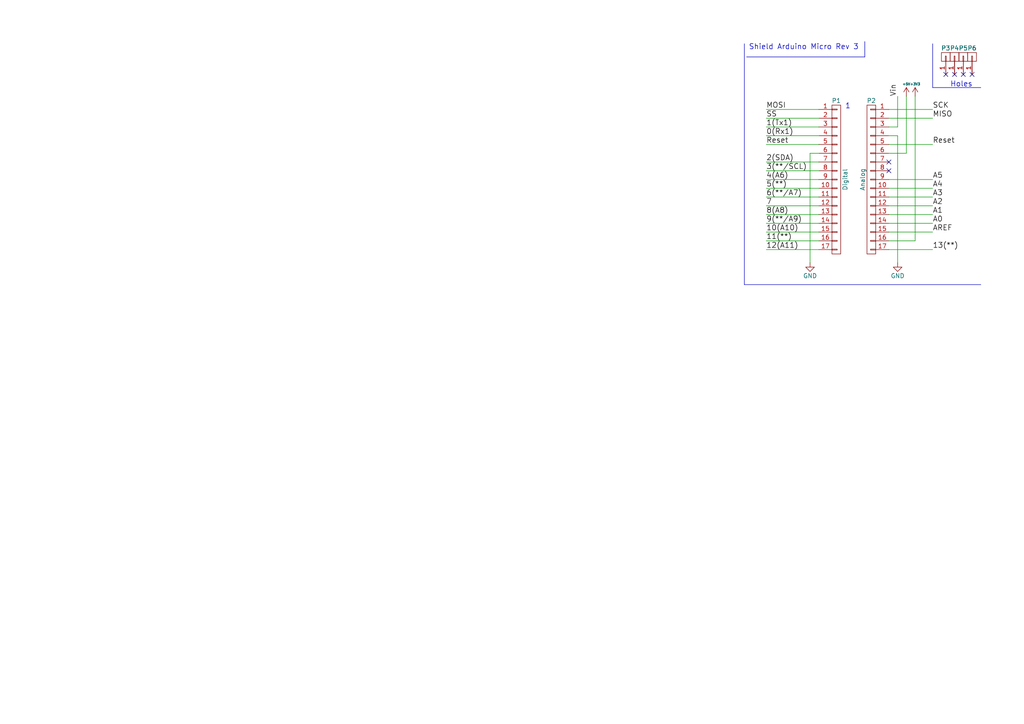
<source format=kicad_sch>
(kicad_sch (version 20230121) (generator eeschema)
  (paper "A4")
  (title_block (date "sam. 04 avril 2015"))
  (lib_symbols
    (symbol "Arduino_Micro-rescue:+3.3V" (power) (pin_names (offset 0))
      (property "Value" "+3.3V" (at 0 3.556 0))
      (symbol "+3.3V_0_1"
        (polyline (pts (xy -0.762 1.27) (xy 0 2.54)))
        (polyline (pts (xy 0 0) (xy 0 2.54)))
        (polyline (pts (xy 0 2.54) (xy 0.762 1.27)))
      )
      (symbol "+3.3V_1_1"
        (pin power_in line (at 0 0 90) (length 0) hide (name "+3V3") (number "1"))
      )
    )
    (symbol "Arduino_Micro-rescue:+5V" (power) (pin_names (offset 0))
      (property "Value" "+5V" (at 0 3.556 0))
      (symbol "+5V_0_1"
        (polyline (pts (xy -0.762 1.27) (xy 0 2.54)))
        (polyline (pts (xy 0 0) (xy 0 2.54)))
        (polyline (pts (xy 0 2.54) (xy 0.762 1.27)))
      )
      (symbol "+5V_1_1"
        (pin power_in line (at 0 0 90) (length 0) hide (name "+5V") (number "1"))
      )
    )
    (symbol "Arduino_Micro-rescue:CONN_01X01" (pin_names (offset 1.016) hide)
      (property "Reference" "P" (at 0 2.54 0))
      (property "Value" "CONN_01X01" (at 2.54 0 90))
      (symbol "CONN_01X01_0_1"
        (rectangle (start -1.27 0.127) (end 0.254 -0.127))
        (rectangle (start -1.27 1.27) (end 1.27 -1.27))
      )
      (symbol "CONN_01X01_1_1"
        (pin passive line (at -5.08 0 0) (length 3.81) (name "P1") (number "1"))
      )
    )
    (symbol "Arduino_Micro-rescue:CONN_01X17" (pin_names (offset 1.016) hide)
      (property "Reference" "P" (at 0 22.86 0))
      (property "Value" "CONN_01X17" (at 2.54 0 90))
      (symbol "CONN_01X17_0_1"
        (rectangle (start -1.27 -20.193) (end 0.254 -20.447))
        (rectangle (start -1.27 -17.653) (end 0.254 -17.907))
        (rectangle (start -1.27 -15.113) (end 0.254 -15.367))
        (rectangle (start -1.27 -12.573) (end 0.254 -12.827))
        (rectangle (start -1.27 -10.033) (end 0.254 -10.287))
        (rectangle (start -1.27 -7.493) (end 0.254 -7.747))
        (rectangle (start -1.27 -4.953) (end 0.254 -5.207))
        (rectangle (start -1.27 -2.413) (end 0.254 -2.667))
        (rectangle (start -1.27 0.127) (end 0.254 -0.127))
        (rectangle (start -1.27 2.667) (end 0.254 2.413))
        (rectangle (start -1.27 5.207) (end 0.254 4.953))
        (rectangle (start -1.27 7.747) (end 0.254 7.493))
        (rectangle (start -1.27 10.287) (end 0.254 10.033))
        (rectangle (start -1.27 12.827) (end 0.254 12.573))
        (rectangle (start -1.27 15.367) (end 0.254 15.113))
        (rectangle (start -1.27 17.907) (end 0.254 17.653))
        (rectangle (start -1.27 20.447) (end 0.254 20.193))
        (rectangle (start -1.27 21.59) (end 1.27 -21.59))
      )
      (symbol "CONN_01X17_1_1"
        (pin passive line (at -5.08 20.32 0) (length 3.81) (name "P1") (number "1"))
        (pin passive line (at -5.08 -2.54 0) (length 3.81) (name "P10") (number "10"))
        (pin passive line (at -5.08 -5.08 0) (length 3.81) (name "P11") (number "11"))
        (pin passive line (at -5.08 -7.62 0) (length 3.81) (name "P12") (number "12"))
        (pin passive line (at -5.08 -10.16 0) (length 3.81) (name "P13") (number "13"))
        (pin passive line (at -5.08 -12.7 0) (length 3.81) (name "P14") (number "14"))
        (pin passive line (at -5.08 -15.24 0) (length 3.81) (name "P15") (number "15"))
        (pin passive line (at -5.08 -17.78 0) (length 3.81) (name "P16") (number "16"))
        (pin passive line (at -5.08 -20.32 0) (length 3.81) (name "P17") (number "17"))
        (pin passive line (at -5.08 17.78 0) (length 3.81) (name "P2") (number "2"))
        (pin passive line (at -5.08 15.24 0) (length 3.81) (name "P3") (number "3"))
        (pin passive line (at -5.08 12.7 0) (length 3.81) (name "P4") (number "4"))
        (pin passive line (at -5.08 10.16 0) (length 3.81) (name "P5") (number "5"))
        (pin passive line (at -5.08 7.62 0) (length 3.81) (name "P6") (number "6"))
        (pin passive line (at -5.08 5.08 0) (length 3.81) (name "P7") (number "7"))
        (pin passive line (at -5.08 2.54 0) (length 3.81) (name "P8") (number "8"))
        (pin passive line (at -5.08 0 0) (length 3.81) (name "P9") (number "9"))
      )
    )
    (symbol "Arduino_Micro-rescue:GND" (power) (pin_names (offset 0))
      (property "Value" "GND" (at 0 -3.81 0))
      (symbol "GND_0_1"
        (polyline (pts (xy 0 0) (xy 0 -1.27) (xy 1.27 -1.27) (xy 0 -2.54) (xy -1.27 -1.27) (xy 0 -1.27)))
      )
      (symbol "GND_1_1"
        (pin power_in line (at 0 0 270) (length 0) hide (name "GND") (number "1"))
      )
    )
  )
  (no_connect (at 257.81 46.99))
  (no_connect (at 281.94 21.59))
  (no_connect (at 276.86 21.59))
  (no_connect (at 257.81 49.53))
  (no_connect (at 279.4 21.59))
  (no_connect (at 274.32 21.59))
  (wire (pts (xy 222.25 49.53) (xy 237.49 49.53)))
  (polyline (pts (xy 284.48 25.4) (xy 270.51 25.4)))
  (polyline (pts (xy 215.9 12.7) (xy 215.9 82.55)))
  (wire (pts (xy 222.25 59.69) (xy 237.49 59.69)))
  (wire (pts (xy 265.43 27.94) (xy 265.43 69.85)))
  (polyline (pts (xy 270.51 25.4) (xy 270.51 12.7)))
  (wire (pts (xy 222.25 31.75) (xy 237.49 31.75)))
  (wire (pts (xy 260.35 39.37) (xy 260.35 76.2)))
  (polyline (pts (xy 216.535 16.51) (xy 250.825 16.51)))
  (wire (pts (xy 222.25 36.83) (xy 237.49 36.83)))
  (wire (pts (xy 270.51 72.39) (xy 257.81 72.39)))
  (wire (pts (xy 270.51 64.77) (xy 257.81 64.77)))
  (wire (pts (xy 222.25 52.07) (xy 237.49 52.07)))
  (wire (pts (xy 262.89 44.45) (xy 262.89 27.94)))
  (wire (pts (xy 270.51 57.15) (xy 257.81 57.15)))
  (wire (pts (xy 222.25 69.85) (xy 237.49 69.85)))
  (polyline (pts (xy 250.825 16.51) (xy 250.825 12.065)))
  (wire (pts (xy 237.49 44.45) (xy 234.95 44.45)))
  (wire (pts (xy 265.43 69.85) (xy 257.81 69.85)))
  (wire (pts (xy 222.25 64.77) (xy 237.49 64.77)))
  (wire (pts (xy 257.81 67.31) (xy 270.51 67.31)))
  (wire (pts (xy 270.51 59.69) (xy 257.81 59.69)))
  (wire (pts (xy 270.51 52.07) (xy 257.81 52.07)))
  (wire (pts (xy 222.25 62.23) (xy 237.49 62.23)))
  (wire (pts (xy 270.51 41.91) (xy 257.81 41.91)))
  (wire (pts (xy 257.81 62.23) (xy 270.51 62.23)))
  (wire (pts (xy 257.81 39.37) (xy 260.35 39.37)))
  (wire (pts (xy 222.25 41.91) (xy 237.49 41.91)))
  (wire (pts (xy 257.81 54.61) (xy 270.51 54.61)))
  (wire (pts (xy 270.51 31.75) (xy 257.81 31.75)))
  (wire (pts (xy 234.95 44.45) (xy 234.95 76.2)))
  (wire (pts (xy 222.25 67.31) (xy 237.49 67.31)))
  (wire (pts (xy 222.25 54.61) (xy 237.49 54.61)))
  (wire (pts (xy 222.25 72.39) (xy 237.49 72.39)))
  (wire (pts (xy 257.81 36.83) (xy 260.35 36.83)))
  (wire (pts (xy 222.25 39.37) (xy 237.49 39.37)))
  (wire (pts (xy 222.25 57.15) (xy 237.49 57.15)))
  (wire (pts (xy 222.25 34.29) (xy 237.49 34.29)))
  (polyline (pts (xy 215.9 82.55) (xy 284.48 82.55)))
  (wire (pts (xy 260.35 36.83) (xy 260.35 27.94)))
  (wire (pts (xy 257.81 44.45) (xy 262.89 44.45)))
  (wire (pts (xy 257.81 34.29) (xy 270.51 34.29)))
  (wire (pts (xy 222.25 46.99) (xy 237.49 46.99)))
  (text "Holes" (at 275.59 25.4 0) (effects (font (size 1.524 1.524)) (justify left bottom)))
  (text "Shield Arduino Micro Rev 3" (at 217.17 14.605 0) (effects (font (size 1.524 1.524)) (justify left bottom)))
  (text "1" (at 245.11 31.75 0) (effects (font (size 1.524 1.524)) (justify left bottom)))
  (label "0(Rx1)" (at 222.25 39.37 0) (effects (font (size 1.524 1.524))))
  (label "13(**)" (at 270.51 72.39 0) (effects (font (size 1.524 1.524))))
  (label "Reset" (at 270.51 41.91 0) (effects (font (size 1.524 1.524))))
  (label "MISO" (at 270.51 34.29 0) (effects (font (size 1.524 1.524))))
  (label "5(**)" (at 222.25 54.61 0) (effects (font (size 1.524 1.524))))
  (label "12(A11)" (at 222.25 72.39 0) (effects (font (size 1.524 1.524))))
  (label "10(A10)" (at 222.25 67.31 0) (effects (font (size 1.524 1.524))))
  (label "6(**/A7)" (at 222.25 57.15 0) (effects (font (size 1.524 1.524))))
  (label "A4" (at 270.51 54.61 0) (effects (font (size 1.524 1.524))))
  (label "7" (at 222.25 59.69 0) (effects (font (size 1.524 1.524))))
  (label "4(A6)" (at 222.25 52.07 0) (effects (font (size 1.524 1.524))))
  (label "Reset" (at 222.25 41.91 0) (effects (font (size 1.524 1.524))))
  (label "SS" (at 222.25 34.29 0) (effects (font (size 1.524 1.524))))
  (label "A2" (at 270.51 59.69 0) (effects (font (size 1.524 1.524))))
  (label "A5" (at 270.51 52.07 0) (effects (font (size 1.524 1.524))))
  (label "11(**)" (at 222.25 69.85 0) (effects (font (size 1.524 1.524))))
  (label "SCK" (at 270.51 31.75 0) (effects (font (size 1.524 1.524))))
  (label "MOSI" (at 222.25 31.75 0) (effects (font (size 1.524 1.524))))
  (label "3(**/SCL)" (at 222.25 49.53 0) (effects (font (size 1.524 1.524))))
  (label "A1" (at 270.51 62.23 0) (effects (font (size 1.524 1.524))))
  (label "A0" (at 270.51 64.77 0) (effects (font (size 1.524 1.524))))
  (label "2(SDA)" (at 222.25 46.99 0) (effects (font (size 1.524 1.524))))
  (label "A3" (at 270.51 57.15 0) (effects (font (size 1.524 1.524))))
  (label "1(Tx1)" (at 222.25 36.83 0) (effects (font (size 1.524 1.524))))
  (label "Vin" (at 260.35 27.94 90) (effects (font (size 1.524 1.524))))
  (label "AREF" (at 270.51 67.31 0) (effects (font (size 1.524 1.524))))
  (label "8(A8)" (at 222.25 62.23 0) (effects (font (size 1.524 1.524))))
  (label "9(**/A9)" (at 222.25 64.77 0) (effects (font (size 1.524 1.524))))
  (symbol (lib_id "Arduino_Micro-rescue:CONN_01X17") (at 242.57 52.07 0) (unit 1)
    (property "Reference" "P1" (at 242.57 29.21 0))
    (property "Value" "Digital" (at 245.11 52.07 90))
    (property "Footprint" "Socket_Arduino_Micro:Socket_Strip_Arduino_1x17" (effects hide))
  )
  (symbol (lib_id "Arduino_Micro-rescue:CONN_01X17") (at 252.73 52.07 0) (mirror y) (unit 1)
    (property "Reference" "P2" (at 252.73 29.21 0))
    (property "Value" "Analog" (at 250.19 52.07 90))
    (property "Footprint" "Socket_Arduino_Micro:Socket_Strip_Arduino_1x17" (effects hide))
  )
  (symbol (lib_id "Arduino_Micro-rescue:GND") (at 234.95 76.2 0) (unit 1)
    (property "Reference" "#PWR01" (effects hide))
    (property "Value" "GND" (at 234.95 80.01 0))
  )
  (symbol (lib_id "Arduino_Micro-rescue:+5V") (at 262.89 27.94 0) (unit 1)
    (property "Reference" "#PWR02" (effects hide))
    (property "Value" "+5V" (at 262.89 24.384 0) (effects (font (size 0.7112 0.7112))))
  )
  (symbol (lib_id "Arduino_Micro-rescue:GND") (at 260.35 76.2 0) (unit 1)
    (property "Reference" "#PWR03" (effects hide))
    (property "Value" "GND" (at 260.35 80.01 0))
  )
  (symbol (lib_id "Arduino_Micro-rescue:+3.3V") (at 265.43 27.94 0) (unit 1)
    (property "Reference" "#PWR04" (effects hide))
    (property "Value" "+3.3V" (at 265.43 24.384 0) (effects (font (size 0.7112 0.7112))))
  )
  (symbol (lib_id "Arduino_Micro-rescue:CONN_01X01") (at 274.32 16.51 90) (unit 1)
    (property "Reference" "P3" (at 274.32 13.97 90))
    (property "Value" "CONN_01X01" (effects hide))
    (property "Footprint" "Socket_Arduino_Micro:1pin_Micro" (effects hide))
  )
  (symbol (lib_id "Arduino_Micro-rescue:CONN_01X01") (at 276.86 16.51 90) (unit 1)
    (property "Reference" "P4" (at 276.86 13.97 90))
    (property "Value" "CONN_01X01" (effects hide))
    (property "Footprint" "Socket_Arduino_Micro:1pin_Micro" (effects hide))
  )
  (symbol (lib_id "Arduino_Micro-rescue:CONN_01X01") (at 279.4 16.51 90) (unit 1)
    (property "Reference" "P5" (at 279.4 13.97 90))
    (property "Value" "CONN_01X01" (effects hide))
    (property "Footprint" "Socket_Arduino_Micro:1pin_Micro" (effects hide))
  )
  (symbol (lib_id "Arduino_Micro-rescue:CONN_01X01") (at 281.94 16.51 90) (unit 1)
    (property "Reference" "P6" (at 281.94 13.97 90))
    (property "Value" "CONN_01X01" (effects hide))
    (property "Footprint" "Socket_Arduino_Micro:1pin_Micro" (effects hide))
  )
)
</source>
